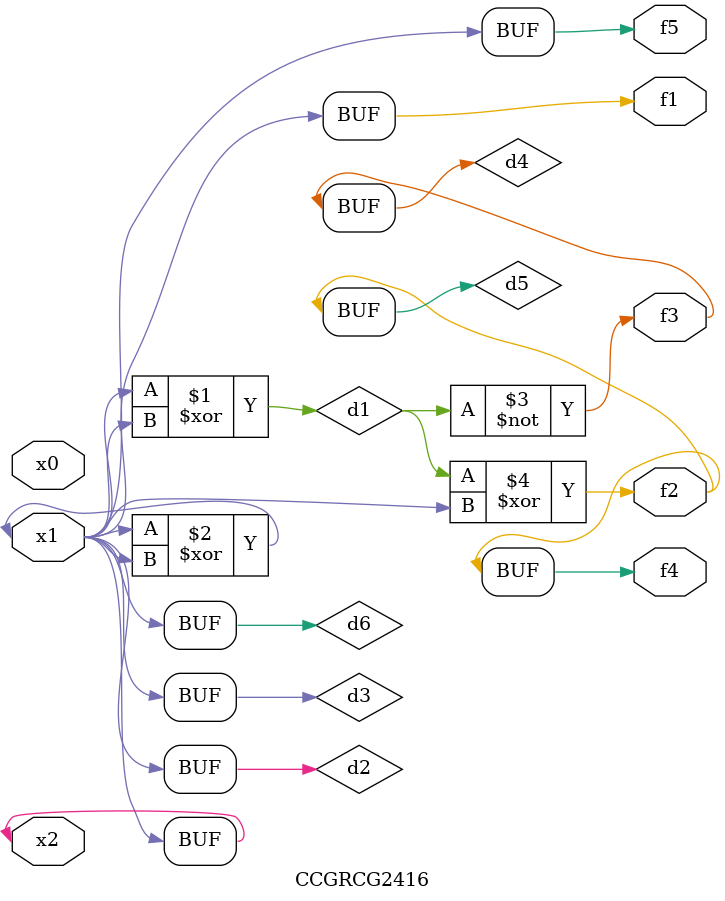
<source format=v>
module CCGRCG2416(
	input x0, x1, x2,
	output f1, f2, f3, f4, f5
);

	wire d1, d2, d3, d4, d5, d6;

	xor (d1, x1, x2);
	buf (d2, x1, x2);
	xor (d3, x1, x2);
	nor (d4, d1);
	xor (d5, d1, d2);
	buf (d6, d2, d3);
	assign f1 = d6;
	assign f2 = d5;
	assign f3 = d4;
	assign f4 = d5;
	assign f5 = d6;
endmodule

</source>
